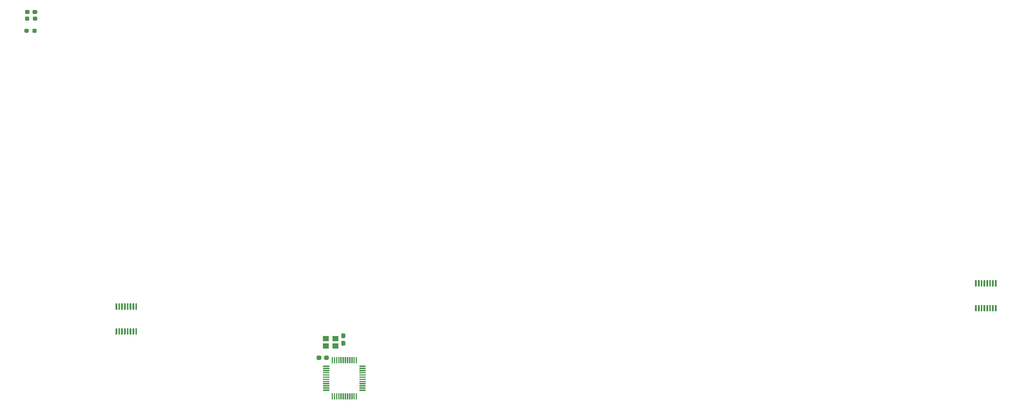
<source format=gbr>
%TF.GenerationSoftware,KiCad,Pcbnew,5.1.10*%
%TF.CreationDate,2021-07-28T13:13:53+02:00*%
%TF.ProjectId,msp430_Keyboard,6d737034-3330-45f4-9b65-79626f617264,rev?*%
%TF.SameCoordinates,Original*%
%TF.FileFunction,Paste,Top*%
%TF.FilePolarity,Positive*%
%FSLAX46Y46*%
G04 Gerber Fmt 4.6, Leading zero omitted, Abs format (unit mm)*
G04 Created by KiCad (PCBNEW 5.1.10) date 2021-07-28 13:13:53*
%MOMM*%
%LPD*%
G01*
G04 APERTURE LIST*
%ADD10R,1.400000X1.200000*%
G04 APERTURE END LIST*
%TO.C,R7*%
G36*
G01*
X8973000Y4047500D02*
X8973000Y3572500D01*
G75*
G02*
X8735500Y3335000I-237500J0D01*
G01*
X8235500Y3335000D01*
G75*
G02*
X7998000Y3572500I0J237500D01*
G01*
X7998000Y4047500D01*
G75*
G02*
X8235500Y4285000I237500J0D01*
G01*
X8735500Y4285000D01*
G75*
G02*
X8973000Y4047500I0J-237500D01*
G01*
G37*
G36*
G01*
X10798000Y4047500D02*
X10798000Y3572500D01*
G75*
G02*
X10560500Y3335000I-237500J0D01*
G01*
X10060500Y3335000D01*
G75*
G02*
X9823000Y3572500I0J237500D01*
G01*
X9823000Y4047500D01*
G75*
G02*
X10060500Y4285000I237500J0D01*
G01*
X10560500Y4285000D01*
G75*
G02*
X10798000Y4047500I0J-237500D01*
G01*
G37*
%TD*%
%TO.C,C4*%
G36*
G01*
X76129000Y-71009500D02*
X76129000Y-71484500D01*
G75*
G02*
X75891500Y-71722000I-237500J0D01*
G01*
X75291500Y-71722000D01*
G75*
G02*
X75054000Y-71484500I0J237500D01*
G01*
X75054000Y-71009500D01*
G75*
G02*
X75291500Y-70772000I237500J0D01*
G01*
X75891500Y-70772000D01*
G75*
G02*
X76129000Y-71009500I0J-237500D01*
G01*
G37*
G36*
G01*
X77854000Y-71009500D02*
X77854000Y-71484500D01*
G75*
G02*
X77616500Y-71722000I-237500J0D01*
G01*
X77016500Y-71722000D01*
G75*
G02*
X76779000Y-71484500I0J237500D01*
G01*
X76779000Y-71009500D01*
G75*
G02*
X77016500Y-70772000I237500J0D01*
G01*
X77616500Y-70772000D01*
G75*
G02*
X77854000Y-71009500I0J-237500D01*
G01*
G37*
%TD*%
%TO.C,C3*%
G36*
G01*
X81390500Y-66731000D02*
X80915500Y-66731000D01*
G75*
G02*
X80678000Y-66493500I0J237500D01*
G01*
X80678000Y-65893500D01*
G75*
G02*
X80915500Y-65656000I237500J0D01*
G01*
X81390500Y-65656000D01*
G75*
G02*
X81628000Y-65893500I0J-237500D01*
G01*
X81628000Y-66493500D01*
G75*
G02*
X81390500Y-66731000I-237500J0D01*
G01*
G37*
G36*
G01*
X81390500Y-68456000D02*
X80915500Y-68456000D01*
G75*
G02*
X80678000Y-68218500I0J237500D01*
G01*
X80678000Y-67618500D01*
G75*
G02*
X80915500Y-67381000I237500J0D01*
G01*
X81390500Y-67381000D01*
G75*
G02*
X81628000Y-67618500I0J-237500D01*
G01*
X81628000Y-68218500D01*
G75*
G02*
X81390500Y-68456000I-237500J0D01*
G01*
G37*
%TD*%
%TO.C,R10*%
G36*
G01*
X9100000Y6841500D02*
X9100000Y6366500D01*
G75*
G02*
X8862500Y6129000I-237500J0D01*
G01*
X8362500Y6129000D01*
G75*
G02*
X8125000Y6366500I0J237500D01*
G01*
X8125000Y6841500D01*
G75*
G02*
X8362500Y7079000I237500J0D01*
G01*
X8862500Y7079000D01*
G75*
G02*
X9100000Y6841500I0J-237500D01*
G01*
G37*
G36*
G01*
X10925000Y6841500D02*
X10925000Y6366500D01*
G75*
G02*
X10687500Y6129000I-237500J0D01*
G01*
X10187500Y6129000D01*
G75*
G02*
X9950000Y6366500I0J237500D01*
G01*
X9950000Y6841500D01*
G75*
G02*
X10187500Y7079000I237500J0D01*
G01*
X10687500Y7079000D01*
G75*
G02*
X10925000Y6841500I0J-237500D01*
G01*
G37*
%TD*%
%TO.C,D54*%
G36*
G01*
X9875000Y7890500D02*
X9875000Y8365500D01*
G75*
G02*
X10112500Y8603000I237500J0D01*
G01*
X10687500Y8603000D01*
G75*
G02*
X10925000Y8365500I0J-237500D01*
G01*
X10925000Y7890500D01*
G75*
G02*
X10687500Y7653000I-237500J0D01*
G01*
X10112500Y7653000D01*
G75*
G02*
X9875000Y7890500I0J237500D01*
G01*
G37*
G36*
G01*
X8125000Y7890500D02*
X8125000Y8365500D01*
G75*
G02*
X8362500Y8603000I237500J0D01*
G01*
X8937500Y8603000D01*
G75*
G02*
X9175000Y8365500I0J-237500D01*
G01*
X9175000Y7890500D01*
G75*
G02*
X8937500Y7653000I-237500J0D01*
G01*
X8362500Y7653000D01*
G75*
G02*
X8125000Y7890500I0J237500D01*
G01*
G37*
%TD*%
D10*
%TO.C,Y1*%
X79332000Y-68541000D03*
X77132000Y-68541000D03*
X77132000Y-66841000D03*
X79332000Y-66841000D03*
%TD*%
%TO.C,U3*%
G36*
G01*
X226425000Y-54898000D02*
X226225000Y-54898000D01*
G75*
G02*
X226125000Y-54798000I0J100000D01*
G01*
X226125000Y-53523000D01*
G75*
G02*
X226225000Y-53423000I100000J0D01*
G01*
X226425000Y-53423000D01*
G75*
G02*
X226525000Y-53523000I0J-100000D01*
G01*
X226525000Y-54798000D01*
G75*
G02*
X226425000Y-54898000I-100000J0D01*
G01*
G37*
G36*
G01*
X227075000Y-54898000D02*
X226875000Y-54898000D01*
G75*
G02*
X226775000Y-54798000I0J100000D01*
G01*
X226775000Y-53523000D01*
G75*
G02*
X226875000Y-53423000I100000J0D01*
G01*
X227075000Y-53423000D01*
G75*
G02*
X227175000Y-53523000I0J-100000D01*
G01*
X227175000Y-54798000D01*
G75*
G02*
X227075000Y-54898000I-100000J0D01*
G01*
G37*
G36*
G01*
X227725000Y-54898000D02*
X227525000Y-54898000D01*
G75*
G02*
X227425000Y-54798000I0J100000D01*
G01*
X227425000Y-53523000D01*
G75*
G02*
X227525000Y-53423000I100000J0D01*
G01*
X227725000Y-53423000D01*
G75*
G02*
X227825000Y-53523000I0J-100000D01*
G01*
X227825000Y-54798000D01*
G75*
G02*
X227725000Y-54898000I-100000J0D01*
G01*
G37*
G36*
G01*
X228375000Y-54898000D02*
X228175000Y-54898000D01*
G75*
G02*
X228075000Y-54798000I0J100000D01*
G01*
X228075000Y-53523000D01*
G75*
G02*
X228175000Y-53423000I100000J0D01*
G01*
X228375000Y-53423000D01*
G75*
G02*
X228475000Y-53523000I0J-100000D01*
G01*
X228475000Y-54798000D01*
G75*
G02*
X228375000Y-54898000I-100000J0D01*
G01*
G37*
G36*
G01*
X229025000Y-54898000D02*
X228825000Y-54898000D01*
G75*
G02*
X228725000Y-54798000I0J100000D01*
G01*
X228725000Y-53523000D01*
G75*
G02*
X228825000Y-53423000I100000J0D01*
G01*
X229025000Y-53423000D01*
G75*
G02*
X229125000Y-53523000I0J-100000D01*
G01*
X229125000Y-54798000D01*
G75*
G02*
X229025000Y-54898000I-100000J0D01*
G01*
G37*
G36*
G01*
X229675000Y-54898000D02*
X229475000Y-54898000D01*
G75*
G02*
X229375000Y-54798000I0J100000D01*
G01*
X229375000Y-53523000D01*
G75*
G02*
X229475000Y-53423000I100000J0D01*
G01*
X229675000Y-53423000D01*
G75*
G02*
X229775000Y-53523000I0J-100000D01*
G01*
X229775000Y-54798000D01*
G75*
G02*
X229675000Y-54898000I-100000J0D01*
G01*
G37*
G36*
G01*
X230325000Y-54898000D02*
X230125000Y-54898000D01*
G75*
G02*
X230025000Y-54798000I0J100000D01*
G01*
X230025000Y-53523000D01*
G75*
G02*
X230125000Y-53423000I100000J0D01*
G01*
X230325000Y-53423000D01*
G75*
G02*
X230425000Y-53523000I0J-100000D01*
G01*
X230425000Y-54798000D01*
G75*
G02*
X230325000Y-54898000I-100000J0D01*
G01*
G37*
G36*
G01*
X230975000Y-54898000D02*
X230775000Y-54898000D01*
G75*
G02*
X230675000Y-54798000I0J100000D01*
G01*
X230675000Y-53523000D01*
G75*
G02*
X230775000Y-53423000I100000J0D01*
G01*
X230975000Y-53423000D01*
G75*
G02*
X231075000Y-53523000I0J-100000D01*
G01*
X231075000Y-54798000D01*
G75*
G02*
X230975000Y-54898000I-100000J0D01*
G01*
G37*
G36*
G01*
X230975000Y-60623000D02*
X230775000Y-60623000D01*
G75*
G02*
X230675000Y-60523000I0J100000D01*
G01*
X230675000Y-59248000D01*
G75*
G02*
X230775000Y-59148000I100000J0D01*
G01*
X230975000Y-59148000D01*
G75*
G02*
X231075000Y-59248000I0J-100000D01*
G01*
X231075000Y-60523000D01*
G75*
G02*
X230975000Y-60623000I-100000J0D01*
G01*
G37*
G36*
G01*
X230325000Y-60623000D02*
X230125000Y-60623000D01*
G75*
G02*
X230025000Y-60523000I0J100000D01*
G01*
X230025000Y-59248000D01*
G75*
G02*
X230125000Y-59148000I100000J0D01*
G01*
X230325000Y-59148000D01*
G75*
G02*
X230425000Y-59248000I0J-100000D01*
G01*
X230425000Y-60523000D01*
G75*
G02*
X230325000Y-60623000I-100000J0D01*
G01*
G37*
G36*
G01*
X229675000Y-60623000D02*
X229475000Y-60623000D01*
G75*
G02*
X229375000Y-60523000I0J100000D01*
G01*
X229375000Y-59248000D01*
G75*
G02*
X229475000Y-59148000I100000J0D01*
G01*
X229675000Y-59148000D01*
G75*
G02*
X229775000Y-59248000I0J-100000D01*
G01*
X229775000Y-60523000D01*
G75*
G02*
X229675000Y-60623000I-100000J0D01*
G01*
G37*
G36*
G01*
X229025000Y-60623000D02*
X228825000Y-60623000D01*
G75*
G02*
X228725000Y-60523000I0J100000D01*
G01*
X228725000Y-59248000D01*
G75*
G02*
X228825000Y-59148000I100000J0D01*
G01*
X229025000Y-59148000D01*
G75*
G02*
X229125000Y-59248000I0J-100000D01*
G01*
X229125000Y-60523000D01*
G75*
G02*
X229025000Y-60623000I-100000J0D01*
G01*
G37*
G36*
G01*
X228375000Y-60623000D02*
X228175000Y-60623000D01*
G75*
G02*
X228075000Y-60523000I0J100000D01*
G01*
X228075000Y-59248000D01*
G75*
G02*
X228175000Y-59148000I100000J0D01*
G01*
X228375000Y-59148000D01*
G75*
G02*
X228475000Y-59248000I0J-100000D01*
G01*
X228475000Y-60523000D01*
G75*
G02*
X228375000Y-60623000I-100000J0D01*
G01*
G37*
G36*
G01*
X227725000Y-60623000D02*
X227525000Y-60623000D01*
G75*
G02*
X227425000Y-60523000I0J100000D01*
G01*
X227425000Y-59248000D01*
G75*
G02*
X227525000Y-59148000I100000J0D01*
G01*
X227725000Y-59148000D01*
G75*
G02*
X227825000Y-59248000I0J-100000D01*
G01*
X227825000Y-60523000D01*
G75*
G02*
X227725000Y-60623000I-100000J0D01*
G01*
G37*
G36*
G01*
X227075000Y-60623000D02*
X226875000Y-60623000D01*
G75*
G02*
X226775000Y-60523000I0J100000D01*
G01*
X226775000Y-59248000D01*
G75*
G02*
X226875000Y-59148000I100000J0D01*
G01*
X227075000Y-59148000D01*
G75*
G02*
X227175000Y-59248000I0J-100000D01*
G01*
X227175000Y-60523000D01*
G75*
G02*
X227075000Y-60623000I-100000J0D01*
G01*
G37*
G36*
G01*
X226425000Y-60623000D02*
X226225000Y-60623000D01*
G75*
G02*
X226125000Y-60523000I0J100000D01*
G01*
X226125000Y-59248000D01*
G75*
G02*
X226225000Y-59148000I100000J0D01*
G01*
X226425000Y-59148000D01*
G75*
G02*
X226525000Y-59248000I0J-100000D01*
G01*
X226525000Y-60523000D01*
G75*
G02*
X226425000Y-60623000I-100000J0D01*
G01*
G37*
%TD*%
%TO.C,U2*%
G36*
G01*
X29194000Y-60232000D02*
X28994000Y-60232000D01*
G75*
G02*
X28894000Y-60132000I0J100000D01*
G01*
X28894000Y-58857000D01*
G75*
G02*
X28994000Y-58757000I100000J0D01*
G01*
X29194000Y-58757000D01*
G75*
G02*
X29294000Y-58857000I0J-100000D01*
G01*
X29294000Y-60132000D01*
G75*
G02*
X29194000Y-60232000I-100000J0D01*
G01*
G37*
G36*
G01*
X29844000Y-60232000D02*
X29644000Y-60232000D01*
G75*
G02*
X29544000Y-60132000I0J100000D01*
G01*
X29544000Y-58857000D01*
G75*
G02*
X29644000Y-58757000I100000J0D01*
G01*
X29844000Y-58757000D01*
G75*
G02*
X29944000Y-58857000I0J-100000D01*
G01*
X29944000Y-60132000D01*
G75*
G02*
X29844000Y-60232000I-100000J0D01*
G01*
G37*
G36*
G01*
X30494000Y-60232000D02*
X30294000Y-60232000D01*
G75*
G02*
X30194000Y-60132000I0J100000D01*
G01*
X30194000Y-58857000D01*
G75*
G02*
X30294000Y-58757000I100000J0D01*
G01*
X30494000Y-58757000D01*
G75*
G02*
X30594000Y-58857000I0J-100000D01*
G01*
X30594000Y-60132000D01*
G75*
G02*
X30494000Y-60232000I-100000J0D01*
G01*
G37*
G36*
G01*
X31144000Y-60232000D02*
X30944000Y-60232000D01*
G75*
G02*
X30844000Y-60132000I0J100000D01*
G01*
X30844000Y-58857000D01*
G75*
G02*
X30944000Y-58757000I100000J0D01*
G01*
X31144000Y-58757000D01*
G75*
G02*
X31244000Y-58857000I0J-100000D01*
G01*
X31244000Y-60132000D01*
G75*
G02*
X31144000Y-60232000I-100000J0D01*
G01*
G37*
G36*
G01*
X31794000Y-60232000D02*
X31594000Y-60232000D01*
G75*
G02*
X31494000Y-60132000I0J100000D01*
G01*
X31494000Y-58857000D01*
G75*
G02*
X31594000Y-58757000I100000J0D01*
G01*
X31794000Y-58757000D01*
G75*
G02*
X31894000Y-58857000I0J-100000D01*
G01*
X31894000Y-60132000D01*
G75*
G02*
X31794000Y-60232000I-100000J0D01*
G01*
G37*
G36*
G01*
X32444000Y-60232000D02*
X32244000Y-60232000D01*
G75*
G02*
X32144000Y-60132000I0J100000D01*
G01*
X32144000Y-58857000D01*
G75*
G02*
X32244000Y-58757000I100000J0D01*
G01*
X32444000Y-58757000D01*
G75*
G02*
X32544000Y-58857000I0J-100000D01*
G01*
X32544000Y-60132000D01*
G75*
G02*
X32444000Y-60232000I-100000J0D01*
G01*
G37*
G36*
G01*
X33094000Y-60232000D02*
X32894000Y-60232000D01*
G75*
G02*
X32794000Y-60132000I0J100000D01*
G01*
X32794000Y-58857000D01*
G75*
G02*
X32894000Y-58757000I100000J0D01*
G01*
X33094000Y-58757000D01*
G75*
G02*
X33194000Y-58857000I0J-100000D01*
G01*
X33194000Y-60132000D01*
G75*
G02*
X33094000Y-60232000I-100000J0D01*
G01*
G37*
G36*
G01*
X33744000Y-60232000D02*
X33544000Y-60232000D01*
G75*
G02*
X33444000Y-60132000I0J100000D01*
G01*
X33444000Y-58857000D01*
G75*
G02*
X33544000Y-58757000I100000J0D01*
G01*
X33744000Y-58757000D01*
G75*
G02*
X33844000Y-58857000I0J-100000D01*
G01*
X33844000Y-60132000D01*
G75*
G02*
X33744000Y-60232000I-100000J0D01*
G01*
G37*
G36*
G01*
X33744000Y-65957000D02*
X33544000Y-65957000D01*
G75*
G02*
X33444000Y-65857000I0J100000D01*
G01*
X33444000Y-64582000D01*
G75*
G02*
X33544000Y-64482000I100000J0D01*
G01*
X33744000Y-64482000D01*
G75*
G02*
X33844000Y-64582000I0J-100000D01*
G01*
X33844000Y-65857000D01*
G75*
G02*
X33744000Y-65957000I-100000J0D01*
G01*
G37*
G36*
G01*
X33094000Y-65957000D02*
X32894000Y-65957000D01*
G75*
G02*
X32794000Y-65857000I0J100000D01*
G01*
X32794000Y-64582000D01*
G75*
G02*
X32894000Y-64482000I100000J0D01*
G01*
X33094000Y-64482000D01*
G75*
G02*
X33194000Y-64582000I0J-100000D01*
G01*
X33194000Y-65857000D01*
G75*
G02*
X33094000Y-65957000I-100000J0D01*
G01*
G37*
G36*
G01*
X32444000Y-65957000D02*
X32244000Y-65957000D01*
G75*
G02*
X32144000Y-65857000I0J100000D01*
G01*
X32144000Y-64582000D01*
G75*
G02*
X32244000Y-64482000I100000J0D01*
G01*
X32444000Y-64482000D01*
G75*
G02*
X32544000Y-64582000I0J-100000D01*
G01*
X32544000Y-65857000D01*
G75*
G02*
X32444000Y-65957000I-100000J0D01*
G01*
G37*
G36*
G01*
X31794000Y-65957000D02*
X31594000Y-65957000D01*
G75*
G02*
X31494000Y-65857000I0J100000D01*
G01*
X31494000Y-64582000D01*
G75*
G02*
X31594000Y-64482000I100000J0D01*
G01*
X31794000Y-64482000D01*
G75*
G02*
X31894000Y-64582000I0J-100000D01*
G01*
X31894000Y-65857000D01*
G75*
G02*
X31794000Y-65957000I-100000J0D01*
G01*
G37*
G36*
G01*
X31144000Y-65957000D02*
X30944000Y-65957000D01*
G75*
G02*
X30844000Y-65857000I0J100000D01*
G01*
X30844000Y-64582000D01*
G75*
G02*
X30944000Y-64482000I100000J0D01*
G01*
X31144000Y-64482000D01*
G75*
G02*
X31244000Y-64582000I0J-100000D01*
G01*
X31244000Y-65857000D01*
G75*
G02*
X31144000Y-65957000I-100000J0D01*
G01*
G37*
G36*
G01*
X30494000Y-65957000D02*
X30294000Y-65957000D01*
G75*
G02*
X30194000Y-65857000I0J100000D01*
G01*
X30194000Y-64582000D01*
G75*
G02*
X30294000Y-64482000I100000J0D01*
G01*
X30494000Y-64482000D01*
G75*
G02*
X30594000Y-64582000I0J-100000D01*
G01*
X30594000Y-65857000D01*
G75*
G02*
X30494000Y-65957000I-100000J0D01*
G01*
G37*
G36*
G01*
X29844000Y-65957000D02*
X29644000Y-65957000D01*
G75*
G02*
X29544000Y-65857000I0J100000D01*
G01*
X29544000Y-64582000D01*
G75*
G02*
X29644000Y-64482000I100000J0D01*
G01*
X29844000Y-64482000D01*
G75*
G02*
X29944000Y-64582000I0J-100000D01*
G01*
X29944000Y-65857000D01*
G75*
G02*
X29844000Y-65957000I-100000J0D01*
G01*
G37*
G36*
G01*
X29194000Y-65957000D02*
X28994000Y-65957000D01*
G75*
G02*
X28894000Y-65857000I0J100000D01*
G01*
X28894000Y-64582000D01*
G75*
G02*
X28994000Y-64482000I100000J0D01*
G01*
X29194000Y-64482000D01*
G75*
G02*
X29294000Y-64582000I0J-100000D01*
G01*
X29294000Y-65857000D01*
G75*
G02*
X29194000Y-65957000I-100000J0D01*
G01*
G37*
%TD*%
%TO.C,U1*%
G36*
G01*
X78507000Y-72446000D02*
X78507000Y-71121000D01*
G75*
G02*
X78582000Y-71046000I75000J0D01*
G01*
X78732000Y-71046000D01*
G75*
G02*
X78807000Y-71121000I0J-75000D01*
G01*
X78807000Y-72446000D01*
G75*
G02*
X78732000Y-72521000I-75000J0D01*
G01*
X78582000Y-72521000D01*
G75*
G02*
X78507000Y-72446000I0J75000D01*
G01*
G37*
G36*
G01*
X79007000Y-72446000D02*
X79007000Y-71121000D01*
G75*
G02*
X79082000Y-71046000I75000J0D01*
G01*
X79232000Y-71046000D01*
G75*
G02*
X79307000Y-71121000I0J-75000D01*
G01*
X79307000Y-72446000D01*
G75*
G02*
X79232000Y-72521000I-75000J0D01*
G01*
X79082000Y-72521000D01*
G75*
G02*
X79007000Y-72446000I0J75000D01*
G01*
G37*
G36*
G01*
X79507000Y-72446000D02*
X79507000Y-71121000D01*
G75*
G02*
X79582000Y-71046000I75000J0D01*
G01*
X79732000Y-71046000D01*
G75*
G02*
X79807000Y-71121000I0J-75000D01*
G01*
X79807000Y-72446000D01*
G75*
G02*
X79732000Y-72521000I-75000J0D01*
G01*
X79582000Y-72521000D01*
G75*
G02*
X79507000Y-72446000I0J75000D01*
G01*
G37*
G36*
G01*
X80007000Y-72446000D02*
X80007000Y-71121000D01*
G75*
G02*
X80082000Y-71046000I75000J0D01*
G01*
X80232000Y-71046000D01*
G75*
G02*
X80307000Y-71121000I0J-75000D01*
G01*
X80307000Y-72446000D01*
G75*
G02*
X80232000Y-72521000I-75000J0D01*
G01*
X80082000Y-72521000D01*
G75*
G02*
X80007000Y-72446000I0J75000D01*
G01*
G37*
G36*
G01*
X80507000Y-72446000D02*
X80507000Y-71121000D01*
G75*
G02*
X80582000Y-71046000I75000J0D01*
G01*
X80732000Y-71046000D01*
G75*
G02*
X80807000Y-71121000I0J-75000D01*
G01*
X80807000Y-72446000D01*
G75*
G02*
X80732000Y-72521000I-75000J0D01*
G01*
X80582000Y-72521000D01*
G75*
G02*
X80507000Y-72446000I0J75000D01*
G01*
G37*
G36*
G01*
X81007000Y-72446000D02*
X81007000Y-71121000D01*
G75*
G02*
X81082000Y-71046000I75000J0D01*
G01*
X81232000Y-71046000D01*
G75*
G02*
X81307000Y-71121000I0J-75000D01*
G01*
X81307000Y-72446000D01*
G75*
G02*
X81232000Y-72521000I-75000J0D01*
G01*
X81082000Y-72521000D01*
G75*
G02*
X81007000Y-72446000I0J75000D01*
G01*
G37*
G36*
G01*
X81507000Y-72446000D02*
X81507000Y-71121000D01*
G75*
G02*
X81582000Y-71046000I75000J0D01*
G01*
X81732000Y-71046000D01*
G75*
G02*
X81807000Y-71121000I0J-75000D01*
G01*
X81807000Y-72446000D01*
G75*
G02*
X81732000Y-72521000I-75000J0D01*
G01*
X81582000Y-72521000D01*
G75*
G02*
X81507000Y-72446000I0J75000D01*
G01*
G37*
G36*
G01*
X82007000Y-72446000D02*
X82007000Y-71121000D01*
G75*
G02*
X82082000Y-71046000I75000J0D01*
G01*
X82232000Y-71046000D01*
G75*
G02*
X82307000Y-71121000I0J-75000D01*
G01*
X82307000Y-72446000D01*
G75*
G02*
X82232000Y-72521000I-75000J0D01*
G01*
X82082000Y-72521000D01*
G75*
G02*
X82007000Y-72446000I0J75000D01*
G01*
G37*
G36*
G01*
X82507000Y-72446000D02*
X82507000Y-71121000D01*
G75*
G02*
X82582000Y-71046000I75000J0D01*
G01*
X82732000Y-71046000D01*
G75*
G02*
X82807000Y-71121000I0J-75000D01*
G01*
X82807000Y-72446000D01*
G75*
G02*
X82732000Y-72521000I-75000J0D01*
G01*
X82582000Y-72521000D01*
G75*
G02*
X82507000Y-72446000I0J75000D01*
G01*
G37*
G36*
G01*
X83007000Y-72446000D02*
X83007000Y-71121000D01*
G75*
G02*
X83082000Y-71046000I75000J0D01*
G01*
X83232000Y-71046000D01*
G75*
G02*
X83307000Y-71121000I0J-75000D01*
G01*
X83307000Y-72446000D01*
G75*
G02*
X83232000Y-72521000I-75000J0D01*
G01*
X83082000Y-72521000D01*
G75*
G02*
X83007000Y-72446000I0J75000D01*
G01*
G37*
G36*
G01*
X83507000Y-72446000D02*
X83507000Y-71121000D01*
G75*
G02*
X83582000Y-71046000I75000J0D01*
G01*
X83732000Y-71046000D01*
G75*
G02*
X83807000Y-71121000I0J-75000D01*
G01*
X83807000Y-72446000D01*
G75*
G02*
X83732000Y-72521000I-75000J0D01*
G01*
X83582000Y-72521000D01*
G75*
G02*
X83507000Y-72446000I0J75000D01*
G01*
G37*
G36*
G01*
X84007000Y-72446000D02*
X84007000Y-71121000D01*
G75*
G02*
X84082000Y-71046000I75000J0D01*
G01*
X84232000Y-71046000D01*
G75*
G02*
X84307000Y-71121000I0J-75000D01*
G01*
X84307000Y-72446000D01*
G75*
G02*
X84232000Y-72521000I-75000J0D01*
G01*
X84082000Y-72521000D01*
G75*
G02*
X84007000Y-72446000I0J75000D01*
G01*
G37*
G36*
G01*
X84832000Y-73271000D02*
X84832000Y-73121000D01*
G75*
G02*
X84907000Y-73046000I75000J0D01*
G01*
X86232000Y-73046000D01*
G75*
G02*
X86307000Y-73121000I0J-75000D01*
G01*
X86307000Y-73271000D01*
G75*
G02*
X86232000Y-73346000I-75000J0D01*
G01*
X84907000Y-73346000D01*
G75*
G02*
X84832000Y-73271000I0J75000D01*
G01*
G37*
G36*
G01*
X84832000Y-73771000D02*
X84832000Y-73621000D01*
G75*
G02*
X84907000Y-73546000I75000J0D01*
G01*
X86232000Y-73546000D01*
G75*
G02*
X86307000Y-73621000I0J-75000D01*
G01*
X86307000Y-73771000D01*
G75*
G02*
X86232000Y-73846000I-75000J0D01*
G01*
X84907000Y-73846000D01*
G75*
G02*
X84832000Y-73771000I0J75000D01*
G01*
G37*
G36*
G01*
X84832000Y-74271000D02*
X84832000Y-74121000D01*
G75*
G02*
X84907000Y-74046000I75000J0D01*
G01*
X86232000Y-74046000D01*
G75*
G02*
X86307000Y-74121000I0J-75000D01*
G01*
X86307000Y-74271000D01*
G75*
G02*
X86232000Y-74346000I-75000J0D01*
G01*
X84907000Y-74346000D01*
G75*
G02*
X84832000Y-74271000I0J75000D01*
G01*
G37*
G36*
G01*
X84832000Y-74771000D02*
X84832000Y-74621000D01*
G75*
G02*
X84907000Y-74546000I75000J0D01*
G01*
X86232000Y-74546000D01*
G75*
G02*
X86307000Y-74621000I0J-75000D01*
G01*
X86307000Y-74771000D01*
G75*
G02*
X86232000Y-74846000I-75000J0D01*
G01*
X84907000Y-74846000D01*
G75*
G02*
X84832000Y-74771000I0J75000D01*
G01*
G37*
G36*
G01*
X84832000Y-75271000D02*
X84832000Y-75121000D01*
G75*
G02*
X84907000Y-75046000I75000J0D01*
G01*
X86232000Y-75046000D01*
G75*
G02*
X86307000Y-75121000I0J-75000D01*
G01*
X86307000Y-75271000D01*
G75*
G02*
X86232000Y-75346000I-75000J0D01*
G01*
X84907000Y-75346000D01*
G75*
G02*
X84832000Y-75271000I0J75000D01*
G01*
G37*
G36*
G01*
X84832000Y-75771000D02*
X84832000Y-75621000D01*
G75*
G02*
X84907000Y-75546000I75000J0D01*
G01*
X86232000Y-75546000D01*
G75*
G02*
X86307000Y-75621000I0J-75000D01*
G01*
X86307000Y-75771000D01*
G75*
G02*
X86232000Y-75846000I-75000J0D01*
G01*
X84907000Y-75846000D01*
G75*
G02*
X84832000Y-75771000I0J75000D01*
G01*
G37*
G36*
G01*
X84832000Y-76271000D02*
X84832000Y-76121000D01*
G75*
G02*
X84907000Y-76046000I75000J0D01*
G01*
X86232000Y-76046000D01*
G75*
G02*
X86307000Y-76121000I0J-75000D01*
G01*
X86307000Y-76271000D01*
G75*
G02*
X86232000Y-76346000I-75000J0D01*
G01*
X84907000Y-76346000D01*
G75*
G02*
X84832000Y-76271000I0J75000D01*
G01*
G37*
G36*
G01*
X84832000Y-76771000D02*
X84832000Y-76621000D01*
G75*
G02*
X84907000Y-76546000I75000J0D01*
G01*
X86232000Y-76546000D01*
G75*
G02*
X86307000Y-76621000I0J-75000D01*
G01*
X86307000Y-76771000D01*
G75*
G02*
X86232000Y-76846000I-75000J0D01*
G01*
X84907000Y-76846000D01*
G75*
G02*
X84832000Y-76771000I0J75000D01*
G01*
G37*
G36*
G01*
X84832000Y-77271000D02*
X84832000Y-77121000D01*
G75*
G02*
X84907000Y-77046000I75000J0D01*
G01*
X86232000Y-77046000D01*
G75*
G02*
X86307000Y-77121000I0J-75000D01*
G01*
X86307000Y-77271000D01*
G75*
G02*
X86232000Y-77346000I-75000J0D01*
G01*
X84907000Y-77346000D01*
G75*
G02*
X84832000Y-77271000I0J75000D01*
G01*
G37*
G36*
G01*
X84832000Y-77771000D02*
X84832000Y-77621000D01*
G75*
G02*
X84907000Y-77546000I75000J0D01*
G01*
X86232000Y-77546000D01*
G75*
G02*
X86307000Y-77621000I0J-75000D01*
G01*
X86307000Y-77771000D01*
G75*
G02*
X86232000Y-77846000I-75000J0D01*
G01*
X84907000Y-77846000D01*
G75*
G02*
X84832000Y-77771000I0J75000D01*
G01*
G37*
G36*
G01*
X84832000Y-78271000D02*
X84832000Y-78121000D01*
G75*
G02*
X84907000Y-78046000I75000J0D01*
G01*
X86232000Y-78046000D01*
G75*
G02*
X86307000Y-78121000I0J-75000D01*
G01*
X86307000Y-78271000D01*
G75*
G02*
X86232000Y-78346000I-75000J0D01*
G01*
X84907000Y-78346000D01*
G75*
G02*
X84832000Y-78271000I0J75000D01*
G01*
G37*
G36*
G01*
X84832000Y-78771000D02*
X84832000Y-78621000D01*
G75*
G02*
X84907000Y-78546000I75000J0D01*
G01*
X86232000Y-78546000D01*
G75*
G02*
X86307000Y-78621000I0J-75000D01*
G01*
X86307000Y-78771000D01*
G75*
G02*
X86232000Y-78846000I-75000J0D01*
G01*
X84907000Y-78846000D01*
G75*
G02*
X84832000Y-78771000I0J75000D01*
G01*
G37*
G36*
G01*
X84007000Y-80771000D02*
X84007000Y-79446000D01*
G75*
G02*
X84082000Y-79371000I75000J0D01*
G01*
X84232000Y-79371000D01*
G75*
G02*
X84307000Y-79446000I0J-75000D01*
G01*
X84307000Y-80771000D01*
G75*
G02*
X84232000Y-80846000I-75000J0D01*
G01*
X84082000Y-80846000D01*
G75*
G02*
X84007000Y-80771000I0J75000D01*
G01*
G37*
G36*
G01*
X83507000Y-80771000D02*
X83507000Y-79446000D01*
G75*
G02*
X83582000Y-79371000I75000J0D01*
G01*
X83732000Y-79371000D01*
G75*
G02*
X83807000Y-79446000I0J-75000D01*
G01*
X83807000Y-80771000D01*
G75*
G02*
X83732000Y-80846000I-75000J0D01*
G01*
X83582000Y-80846000D01*
G75*
G02*
X83507000Y-80771000I0J75000D01*
G01*
G37*
G36*
G01*
X83007000Y-80771000D02*
X83007000Y-79446000D01*
G75*
G02*
X83082000Y-79371000I75000J0D01*
G01*
X83232000Y-79371000D01*
G75*
G02*
X83307000Y-79446000I0J-75000D01*
G01*
X83307000Y-80771000D01*
G75*
G02*
X83232000Y-80846000I-75000J0D01*
G01*
X83082000Y-80846000D01*
G75*
G02*
X83007000Y-80771000I0J75000D01*
G01*
G37*
G36*
G01*
X82507000Y-80771000D02*
X82507000Y-79446000D01*
G75*
G02*
X82582000Y-79371000I75000J0D01*
G01*
X82732000Y-79371000D01*
G75*
G02*
X82807000Y-79446000I0J-75000D01*
G01*
X82807000Y-80771000D01*
G75*
G02*
X82732000Y-80846000I-75000J0D01*
G01*
X82582000Y-80846000D01*
G75*
G02*
X82507000Y-80771000I0J75000D01*
G01*
G37*
G36*
G01*
X82007000Y-80771000D02*
X82007000Y-79446000D01*
G75*
G02*
X82082000Y-79371000I75000J0D01*
G01*
X82232000Y-79371000D01*
G75*
G02*
X82307000Y-79446000I0J-75000D01*
G01*
X82307000Y-80771000D01*
G75*
G02*
X82232000Y-80846000I-75000J0D01*
G01*
X82082000Y-80846000D01*
G75*
G02*
X82007000Y-80771000I0J75000D01*
G01*
G37*
G36*
G01*
X81507000Y-80771000D02*
X81507000Y-79446000D01*
G75*
G02*
X81582000Y-79371000I75000J0D01*
G01*
X81732000Y-79371000D01*
G75*
G02*
X81807000Y-79446000I0J-75000D01*
G01*
X81807000Y-80771000D01*
G75*
G02*
X81732000Y-80846000I-75000J0D01*
G01*
X81582000Y-80846000D01*
G75*
G02*
X81507000Y-80771000I0J75000D01*
G01*
G37*
G36*
G01*
X81007000Y-80771000D02*
X81007000Y-79446000D01*
G75*
G02*
X81082000Y-79371000I75000J0D01*
G01*
X81232000Y-79371000D01*
G75*
G02*
X81307000Y-79446000I0J-75000D01*
G01*
X81307000Y-80771000D01*
G75*
G02*
X81232000Y-80846000I-75000J0D01*
G01*
X81082000Y-80846000D01*
G75*
G02*
X81007000Y-80771000I0J75000D01*
G01*
G37*
G36*
G01*
X80507000Y-80771000D02*
X80507000Y-79446000D01*
G75*
G02*
X80582000Y-79371000I75000J0D01*
G01*
X80732000Y-79371000D01*
G75*
G02*
X80807000Y-79446000I0J-75000D01*
G01*
X80807000Y-80771000D01*
G75*
G02*
X80732000Y-80846000I-75000J0D01*
G01*
X80582000Y-80846000D01*
G75*
G02*
X80507000Y-80771000I0J75000D01*
G01*
G37*
G36*
G01*
X80007000Y-80771000D02*
X80007000Y-79446000D01*
G75*
G02*
X80082000Y-79371000I75000J0D01*
G01*
X80232000Y-79371000D01*
G75*
G02*
X80307000Y-79446000I0J-75000D01*
G01*
X80307000Y-80771000D01*
G75*
G02*
X80232000Y-80846000I-75000J0D01*
G01*
X80082000Y-80846000D01*
G75*
G02*
X80007000Y-80771000I0J75000D01*
G01*
G37*
G36*
G01*
X79507000Y-80771000D02*
X79507000Y-79446000D01*
G75*
G02*
X79582000Y-79371000I75000J0D01*
G01*
X79732000Y-79371000D01*
G75*
G02*
X79807000Y-79446000I0J-75000D01*
G01*
X79807000Y-80771000D01*
G75*
G02*
X79732000Y-80846000I-75000J0D01*
G01*
X79582000Y-80846000D01*
G75*
G02*
X79507000Y-80771000I0J75000D01*
G01*
G37*
G36*
G01*
X79007000Y-80771000D02*
X79007000Y-79446000D01*
G75*
G02*
X79082000Y-79371000I75000J0D01*
G01*
X79232000Y-79371000D01*
G75*
G02*
X79307000Y-79446000I0J-75000D01*
G01*
X79307000Y-80771000D01*
G75*
G02*
X79232000Y-80846000I-75000J0D01*
G01*
X79082000Y-80846000D01*
G75*
G02*
X79007000Y-80771000I0J75000D01*
G01*
G37*
G36*
G01*
X78507000Y-80771000D02*
X78507000Y-79446000D01*
G75*
G02*
X78582000Y-79371000I75000J0D01*
G01*
X78732000Y-79371000D01*
G75*
G02*
X78807000Y-79446000I0J-75000D01*
G01*
X78807000Y-80771000D01*
G75*
G02*
X78732000Y-80846000I-75000J0D01*
G01*
X78582000Y-80846000D01*
G75*
G02*
X78507000Y-80771000I0J75000D01*
G01*
G37*
G36*
G01*
X76507000Y-78771000D02*
X76507000Y-78621000D01*
G75*
G02*
X76582000Y-78546000I75000J0D01*
G01*
X77907000Y-78546000D01*
G75*
G02*
X77982000Y-78621000I0J-75000D01*
G01*
X77982000Y-78771000D01*
G75*
G02*
X77907000Y-78846000I-75000J0D01*
G01*
X76582000Y-78846000D01*
G75*
G02*
X76507000Y-78771000I0J75000D01*
G01*
G37*
G36*
G01*
X76507000Y-78271000D02*
X76507000Y-78121000D01*
G75*
G02*
X76582000Y-78046000I75000J0D01*
G01*
X77907000Y-78046000D01*
G75*
G02*
X77982000Y-78121000I0J-75000D01*
G01*
X77982000Y-78271000D01*
G75*
G02*
X77907000Y-78346000I-75000J0D01*
G01*
X76582000Y-78346000D01*
G75*
G02*
X76507000Y-78271000I0J75000D01*
G01*
G37*
G36*
G01*
X76507000Y-77771000D02*
X76507000Y-77621000D01*
G75*
G02*
X76582000Y-77546000I75000J0D01*
G01*
X77907000Y-77546000D01*
G75*
G02*
X77982000Y-77621000I0J-75000D01*
G01*
X77982000Y-77771000D01*
G75*
G02*
X77907000Y-77846000I-75000J0D01*
G01*
X76582000Y-77846000D01*
G75*
G02*
X76507000Y-77771000I0J75000D01*
G01*
G37*
G36*
G01*
X76507000Y-77271000D02*
X76507000Y-77121000D01*
G75*
G02*
X76582000Y-77046000I75000J0D01*
G01*
X77907000Y-77046000D01*
G75*
G02*
X77982000Y-77121000I0J-75000D01*
G01*
X77982000Y-77271000D01*
G75*
G02*
X77907000Y-77346000I-75000J0D01*
G01*
X76582000Y-77346000D01*
G75*
G02*
X76507000Y-77271000I0J75000D01*
G01*
G37*
G36*
G01*
X76507000Y-76771000D02*
X76507000Y-76621000D01*
G75*
G02*
X76582000Y-76546000I75000J0D01*
G01*
X77907000Y-76546000D01*
G75*
G02*
X77982000Y-76621000I0J-75000D01*
G01*
X77982000Y-76771000D01*
G75*
G02*
X77907000Y-76846000I-75000J0D01*
G01*
X76582000Y-76846000D01*
G75*
G02*
X76507000Y-76771000I0J75000D01*
G01*
G37*
G36*
G01*
X76507000Y-76271000D02*
X76507000Y-76121000D01*
G75*
G02*
X76582000Y-76046000I75000J0D01*
G01*
X77907000Y-76046000D01*
G75*
G02*
X77982000Y-76121000I0J-75000D01*
G01*
X77982000Y-76271000D01*
G75*
G02*
X77907000Y-76346000I-75000J0D01*
G01*
X76582000Y-76346000D01*
G75*
G02*
X76507000Y-76271000I0J75000D01*
G01*
G37*
G36*
G01*
X76507000Y-75771000D02*
X76507000Y-75621000D01*
G75*
G02*
X76582000Y-75546000I75000J0D01*
G01*
X77907000Y-75546000D01*
G75*
G02*
X77982000Y-75621000I0J-75000D01*
G01*
X77982000Y-75771000D01*
G75*
G02*
X77907000Y-75846000I-75000J0D01*
G01*
X76582000Y-75846000D01*
G75*
G02*
X76507000Y-75771000I0J75000D01*
G01*
G37*
G36*
G01*
X76507000Y-75271000D02*
X76507000Y-75121000D01*
G75*
G02*
X76582000Y-75046000I75000J0D01*
G01*
X77907000Y-75046000D01*
G75*
G02*
X77982000Y-75121000I0J-75000D01*
G01*
X77982000Y-75271000D01*
G75*
G02*
X77907000Y-75346000I-75000J0D01*
G01*
X76582000Y-75346000D01*
G75*
G02*
X76507000Y-75271000I0J75000D01*
G01*
G37*
G36*
G01*
X76507000Y-74771000D02*
X76507000Y-74621000D01*
G75*
G02*
X76582000Y-74546000I75000J0D01*
G01*
X77907000Y-74546000D01*
G75*
G02*
X77982000Y-74621000I0J-75000D01*
G01*
X77982000Y-74771000D01*
G75*
G02*
X77907000Y-74846000I-75000J0D01*
G01*
X76582000Y-74846000D01*
G75*
G02*
X76507000Y-74771000I0J75000D01*
G01*
G37*
G36*
G01*
X76507000Y-74271000D02*
X76507000Y-74121000D01*
G75*
G02*
X76582000Y-74046000I75000J0D01*
G01*
X77907000Y-74046000D01*
G75*
G02*
X77982000Y-74121000I0J-75000D01*
G01*
X77982000Y-74271000D01*
G75*
G02*
X77907000Y-74346000I-75000J0D01*
G01*
X76582000Y-74346000D01*
G75*
G02*
X76507000Y-74271000I0J75000D01*
G01*
G37*
G36*
G01*
X76507000Y-73771000D02*
X76507000Y-73621000D01*
G75*
G02*
X76582000Y-73546000I75000J0D01*
G01*
X77907000Y-73546000D01*
G75*
G02*
X77982000Y-73621000I0J-75000D01*
G01*
X77982000Y-73771000D01*
G75*
G02*
X77907000Y-73846000I-75000J0D01*
G01*
X76582000Y-73846000D01*
G75*
G02*
X76507000Y-73771000I0J75000D01*
G01*
G37*
G36*
G01*
X76507000Y-73271000D02*
X76507000Y-73121000D01*
G75*
G02*
X76582000Y-73046000I75000J0D01*
G01*
X77907000Y-73046000D01*
G75*
G02*
X77982000Y-73121000I0J-75000D01*
G01*
X77982000Y-73271000D01*
G75*
G02*
X77907000Y-73346000I-75000J0D01*
G01*
X76582000Y-73346000D01*
G75*
G02*
X76507000Y-73271000I0J75000D01*
G01*
G37*
%TD*%
M02*

</source>
